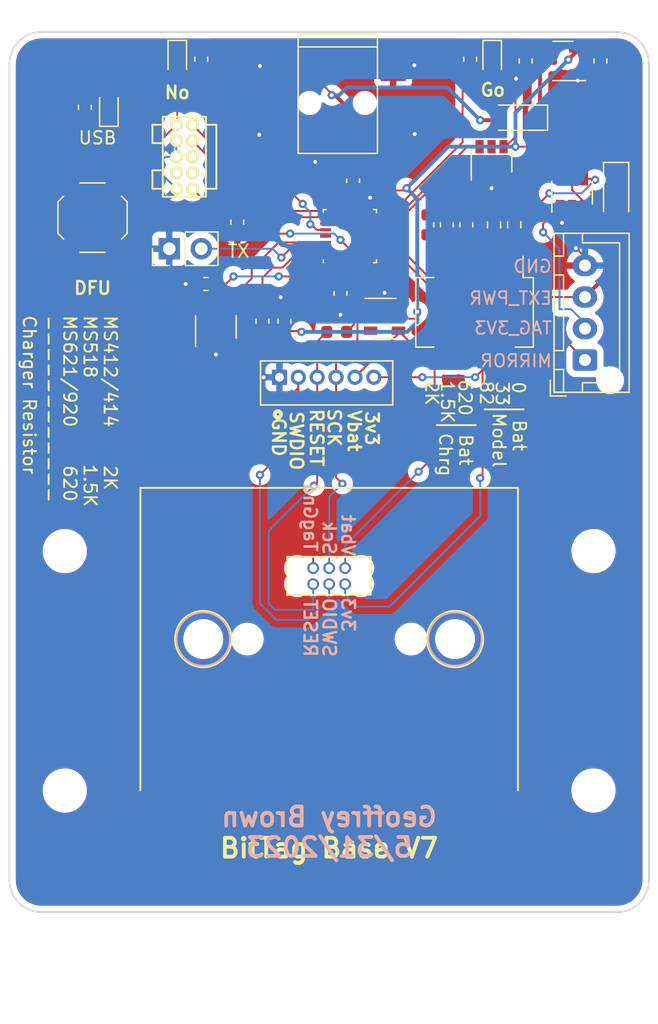
<source format=kicad_pcb>
(kicad_pcb (version 20240108) (generator "pcbnew") (generator_version "8.0")
  (title_block (date "2023-05-31"))
  (layers (0 "F.Cu" signal) (31 "B.Cu" signal) (34 "B.Paste" user) (35 "F.Paste" user) (36 "B.SilkS" user "B.Silkscreen") (37 "F.SilkS" user "F.Silkscreen") (38 "B.Mask" user) (39 "F.Mask" user) (44 "Edge.Cuts" user))
  (net 0 "")
  (net 1 "+3V3")
  (net 2 "GND")
  (net 3 "VBAT_ADC")
  (net 4 "TAG_VBAT")
  (net 5 "/LED_RED")
  (net 6 "/LED_GREEN")
  (net 7 "TAG_3V3")
  (net 8 "TAG_SWDIO")
  (net 9 "TAG_RESET")
  (net 10 "Net-(R106-Pad2)")
  (net 11 "Net-(R106-Pad1)")
  (net 12 "/USB_DP")
  (net 13 "/USB_DM")
  (net 14 "Net-(R104-Pad2)")
  (net 15 "ADC_EN")
  (net 16 "Net-(D105-Pad1)")
  (net 17 "/NRST")
  (net 18 "TAG_SCK")
  (net 19 "Net-(D101-Pad1)")
  (net 20 "Net-(D102-Pad1)")
  (net 21 "/SWDIO")
  (net 22 "/SCLK")
  (net 23 "TAG_3V3_EN")
  (net 24 "EXT_PWR")
  (net 25 "Net-(R2-Pad2)")
  (net 26 "Net-(R3-Pad2)")
  (net 27 "Net-(R108-Pad2)")
  (net 29 "VUSB")
  (net 30 "/VIN")
  (net 31 "Net-(R108-Pad1)")
  (net 32 "TAG_MIRROR")
  (net 33 "/boot0")
  (net 34 "/UART_TX")
  (net 45 "Net-(R5-Pad1)")
  (net 46 "Net-(R5-Pad2)")
  (net 47 "Net-(R6-Pad1)")
  (net 48 "/TAG_SWDIO_EN")
  (net 49 "~{TAG_VBAT_EN}")
  (net 50 "TAG_3V3_IN")
  (footprint "LED_SMD:LED_0603_1608Metric" (layer "F.Cu") (at 114.935 52.959 -90)
    (property "Reference" "D101" (hide yes))
    (property "Value" "LED-RED" (hide yes))
  )
  (footprint "LED_SMD:LED_0603_1608Metric" (layer "F.Cu") (at 139.954 52.959 -90)
    (property "Reference" "D102" (hide yes))
    (property "Value" "LED-GREEN" (hide yes))
  )
  (footprint "LED_SMD:LED_0603_1608Metric" (layer "F.Cu") (at 109.5 56.8 90)
    (property "Reference" "D105" (hide yes))
    (property "Value" "LED-GREEN" (hide yes))
  )
  (footprint "tagbase:FTSH-105-01-F-D-K" (layer "F.Cu") (at 115.5 60.7 -90)
    (property "Reference" "J102" (hide yes))
    (property "Value" "Conn_02x05_Odd_Even" (hide yes))
  )
  (footprint "tagbase:6pin_tagpoints_new_offset" (layer "F.Cu") (at 127 93.98)
    (property "Reference" "J101" (hide yes))
    (property "Value" "Conn_02x03_Odd_Even" (hide yes))
  )
  (footprint "Package_TO_SOT_SMD:SOT-23-6" (layer "F.Cu") (at 118 74.2 90)
    (property "Reference" "U2" (hide yes))
    (property "Value" "TS5A3159ADBVR" (hide yes))
  )
  (footprint "tagbase:SW_SPST_TS_1187" (layer "F.Cu") (at 108.204 65.532 -90)
    (property "Reference" "U105" (hide yes))
    (property "Value" "Tactile Switch" (hide yes))
  )
  (footprint "Package_TO_SOT_SMD:SOT-23-3" (layer "F.Cu") (at 145.572 53.1 180)
    (property "Reference" "U1" (hide yes))
    (property "Value" "XC6206")
  )
  (footprint "tagbase:USB_Mini-B" (layer "F.Cu") (at 127.635 56.2356 -90)
    (property "Reference" "J104" (hide yes))
    (property "Value" "USB_B_Mini" (hide yes))
  )
  (footprint "Capacitor_SMD:C_0603_1608Metric" (layer "F.Cu") (at 142.61 53.1 -90)
    (property "Reference" "C1" (hide yes))
    (property "Value" "1uF" (hide yes))
  )
  (footprint "Capacitor_SMD:C_0603_1608Metric" (layer "F.Cu") (at 119.7 65.8875 -90)
    (property "Reference" "C101" (hide yes))
    (property "Value" "0.1uF" (hide yes))
  )
  (footprint "Capacitor_SMD:C_0603_1608Metric" (layer "F.Cu") (at 148.55 53.1 -90)
    (property "Reference" "C104" (hide yes))
    (property "Value" "1uF" (hide yes))
  )
  (footprint "Capacitor_SMD:C_0603_1608Metric" (layer "F.Cu") (at 123.45 73.75 90)
    (property "Reference" "C107" (hide yes))
    (property "Value" "0.1uF")
  )
  (footprint "Resistor_SMD:R_0603_1608Metric" (layer "F.Cu") (at 134.8 66.1 -90)
    (property "Reference" "R3" (hide yes))
    (property "Value" "2K" (hide yes))
  )
  (footprint "Resistor_SMD:R_0603_1608Metric" (layer "F.Cu") (at 116.84 52.96 -90)
    (property "Reference" "R101" (hide yes))
    (property "Value" "620" (hide yes))
  )
  (footprint "Resistor_SMD:R_0603_1608Metric" (layer "F.Cu") (at 138.2 52.96 -90)
    (property "Reference" "R102" (hide yes))
    (property "Value" "620")
  )
  (footprint "Resistor_SMD:R_0603_1608Metric" (layer "F.Cu") (at 127.6 74.6)
    (property "Reference" "R104" (hide yes))
    (property "Value" "2.2K")
  )
  (footprint "Resistor_SMD:R_0603_1608Metric" (layer "F.Cu") (at 117.2 70.8)
    (property "Reference" "R105" (hide yes))
    (property "Value" "10K")
  )
  (footprint "Resistor_SMD:R_0603_1608Metric" (layer "F.Cu") (at 121.7 73.75 -90)
    (property "Reference" "R106" (hide yes))
    (property "Value" "100")
  )
  (footprint "Resistor_SMD:R_0603_1608Metric" (layer "F.Cu") (at 107.595 56.774 90)
    (property "Reference" "R107" (hide yes))
    (property "Value" "620" (hide yes))
  )
  (footprint "Resistor_SMD:R_0603_1608Metric" (layer "F.Cu") (at 137.9 66.1 -90)
    (property "Reference" "R108" (hide yes))
    (property "Value" "620")
  )
  (footprint "Package_TO_SOT_SMD:SOT-23-6" (layer "F.Cu") (at 131.4 73.55)
    (property "Reference" "U3" (hide yes))
    (property "Value" "TS5A3159ADBVR" (hide yes))
  )
  (footprint "Resistor_SMD:R_0603_1608Metric" (layer "F.Cu") (at 136.35 66.1 -90)
    (property "Reference" "R2" (hide yes))
    (property "Value" "1.5K" (hide yes))
  )
  (footprint "Diode_SMD:D_SOD-123" (layer "F.Cu") (at 142.1 57.6 180)
    (property "Reference" "D1" (hide yes))
    (property "Value" "DIODE")
  )
  (footprint "Connector_JST:JST_XH_B04B-XH-AM_1x04_P2.50mm_Vertical" (layer "F.Cu") (at 147.32 76.835 90)
    (property "Reference" "J1" (hide yes))
    (property "Value" "Conn_01x04_Female" (hide yes))
  )
  (footprint "Button_Switch_SMD:SW_DIP_SPSTx06_Slide_KingTek_DSHP06TS_W7.62mm_P1.27mm" (layer "F.Cu") (at 138.55 73.05 -90)
    (property "Reference" "SW1" (hide yes))
    (property "Value" "SW_DIP_x04")
  )
  (footprint "Package_TO_SOT_SMD:SOT-23-6" (layer "F.Cu") (at 146.3 63.55 90)
    (property "Reference" "U4" (hide yes))
    (property "Value" "TS5A3159ADBVR")
  )
  (footprint "Package_TO_SOT_SMD:SOT-23-6" (layer "F.Cu") (at 139.9 61 90)
    (property "Reference" "U5" (hide yes))
    (property "Value" "TS5A3159ADBVR")
  )
  (footprint "Connector_PinHeader_2.54mm:PinHeader_1x02_P2.54mm_Vertical" (layer "F.Cu") (at 114.3 68 90)
    (property "Reference" "J5" (hide yes))
    (property "Value" "Conn_01x02")
  )
  (footprint "Capacitor_SMD:C_0603_1608Metric" (layer "F.Cu") (at 127.9 71.55 -90)
    (property "Reference" "C2" (hide yes))
    (property "Value" "0.1uF")
  )
  (footprint "Capacitor_SMD:C_0603_1608Metric" (layer "F.Cu") (at 128.9 62.6 90)
    (property "Reference" "C3" (hide yes))
    (property "Value" "0.1uF")
  )
  (footprint "Diode_SMD:D_SOD-123" (layer "F.Cu") (at 149.8 63.4 -90)
    (property "Reference" "D3" (hide yes))
    (property "Value" "DIODE")
  )
  (footprint "MountingHole:MountingHole_2.5mm" (layer "F.Cu") (at 106 111)
    (property "Reference" "H2" (hide yes))
    (property "Value" "MountingHole")
  )
  (footprint "MountingHole:MountingHole_2.5mm" (layer "F.Cu") (at 106 92)
    (property "Reference" "H1" (hide yes))
    (property "Value" "MountingHole")
  )
  (footprint "Resistor_SMD:R_0603_1608Metric" (layer "F.Cu") (at 141.7 66.1 -90)
    (property "Reference" "R5" (hide yes))
    (property "Value" "33")
  )
  (footprint "tagbase:JST_B6B-ZR(LF)(SN)" (layer "F.Cu") (at 126.8 78.2 180)
    (property "Reference" "J2" (hide yes))
    (property "Value" "Conn_01x06")
  )
  (footprint "MountingHole:MountingHole_2.5mm" (layer "F.Cu") (at 148 111)
    (property "Reference" "H4" (hide yes))
    (property "Value" "MountingHole")
  )
  (footprint "Resistor_SMD:R_0603_1608Metric" (layer "F.Cu") (at 140.1 66.1 90)
    (property "Reference" "R6" (hide yes))
    (property "Value" "82")
  )
  (footprint "MountingHole:MountingHole_2.5mm" (layer "F.Cu") (at 148 92)
    (property "Reference" "H3" (hide yes))
    (property "Value" "MountingHole")
  )
  (footprint "Package_DFN_QFN:QFN-28_4x4mm_P0.5mm" (layer "F.Cu") (at 128.65 67 90)
    (property "Reference" "U6" (hide yes))
    (property "Value" "STM32F042G6Ux")
  )
  (gr_line (start 139.35 80.75) (end 142.45 80.75) (stroke (width 0.15)) (layer "F.SilkS"))
  (gr_line (start 135.55 82) (end 138.65 82) (stroke (width 0.15)) (layer "F.SilkS"))
  (gr_arc (start 149.86 50.8) (mid 151.656051 51.543949) (end 152.4 53.34) (stroke (width 0.15)) (layer "Edge.Cuts"))
  (gr_arc (start 104.14 120.65) (mid 102.343949 119.906051) (end 101.6 118.11) (stroke (width 0.15)) (layer "Edge.Cuts"))
  (gr_line (start 149.86 50.8) (end 104.14 50.8) (stroke (width 0.15)) (layer "Edge.Cuts"))
  (gr_arc (start 101.6 53.34) (mid 102.343949 51.543949) (end 104.14 50.8) (stroke (width 0.15)) (layer "Edge.Cuts"))
  (gr_line (start 149.86 120.65) (end 104.14 120.65) (stroke (width 0.15)) (layer "Edge.Cuts"))
  (gr_line (start 152.4 53.34) (end 152.4 118.11) (stroke (width 0.15)) (layer "Edge.Cuts"))
  (gr_arc (start 152.4 118.11) (mid 151.656051 119.906051) (end 149.86 120.65) (stroke (width 0.15)) (layer "Edge.Cuts"))
  (gr_line (start 101.6 53.34) (end 101.6 118.11) (stroke (width 0.15)) (layer "Edge.Cuts"))
  (gr_text "Vbat" (at 128.5 89 -90) (layer "B.SilkS") (effects (font (size 1 1) (thickness 0.2)) (justify right mirror)))
  (gr_text "Sck" (at 127 89.5 -90) (layer "B.SilkS") (effects (font (size 1 1) (thickness 0.2)) (justify right mirror)))
  (gr_text "TagGnd" (at 125.5 86.5 -90) (layer "B.SilkS") (effects (font (size 1 1) (thickness 0.2)) (justify right mirror)))
  (gr_text "3v3" (at 128.5 98.5 -90) (layer "B.SilkS") (effects (font (size 1 1) (thickness 0.2)) (justify left mirror)))
  (gr_text "SWDIO" (at 127 100.5 -90) (layer "B.SilkS") (effects (font (size 1 1) (thickness 0.2)) (justify left mirror)))
  (gr_text "RESET" (at 125.5 100.5 -90) (layer "B.SilkS") (effects (font (size 1 1) (thickness 0.2)) (justify left mirror)))
  (gr_text "Geoffrey Brown\n5/31/2023" (at 127 114.3 0) (layer "B.SilkS") (effects (font (size 1.5 1.5) (thickness 0.3)) (justify mirror)))
  (gr_text "EXT_PWR" (at 144.78 71.92 0) (layer "B.SilkS") (effects (font (size 1 1)) (justify left mirror)))
  (gr_text "MIRROR" (at 144.78 76.9 0) (layer "B.SilkS") (effects (font (size 1 1)) (justify left mirror)))
  (gr_text "GND" (at 144.78 69.4 0) (layer "B.SilkS") (effects (font (size 1 1)) (justify left mirror)))
  (gr_text "TAG_3V3" (at 144.78 74.295 0) (layer "B.SilkS") (effects (font (size 1 1)) (justify left mirror)))
  (gr_text "DFU" (at 108.204 71.12 0) (layer "F.SilkS") (effects (font (size 1 1) (thickness 0.2))))
  (gr_text "Go" (at 140 55.4 0) (layer "F.SilkS") (effects (font (size 1 1) (thickness 0.2))))
  (gr_text "3v3" (at 130.4 80.8 270) (layer "F.SilkS") (effects (font (size 1 1) (thickness 0.2)) (justify left)))
  (gr_text "TX" (at 119.8 68.2 0) (layer "F.SilkS") (effects (font (size 1 1))))
  (gr_text "SWDIO" (at 124.4 80.8 270) (layer "F.SilkS") (effects (font (size 1 1) (thickness 0.2)) (justify left)))
  (gr_text "BitTag Base V7" (at 127 115.57 0) (layer "F.SilkS") (effects (font (size 1.5 1.5) (thickness 0.3))))
  (gr_text "Bat \nModel" (at 141.3 83.2 270) (layer "F.SilkS") (effects (font (size 1 1))))
  (gr_text "GND" (at 123 84.6 270) (layer "F.SilkS") (effects (font (size 1 1) (thickness 0.2)) (justify right)))
  (gr_text "82" (at 139.5 78.4 270) (layer "F.SilkS") (effects (font (size 1 1)) (justify left)))
  (gr_text "No" (at 114.935 55.6 0) (layer "F.SilkS") (effects (font (size 1 1) (thickness 0.2))))
  (gr_text "USB" (at 108.6 59.2 0) (layer "F.SilkS") (effects (font (size 1 1))))
  (gr_text "SCK" (at 127.4 83.8 270) (layer "F.SilkS") (effects (font (size 1 1) (thickness 0.2)) (justify right)))
  (gr_text "2K" (at 135.15 79.45 270) (layer "F.SilkS") (effects (font (size 1 1))))
  (gr_text "Vbat" (at 129 84.2 270) (layer "F.SilkS") (effects (font (size 1 1) (thickness 0.2)) (justify right)))
  (gr_text "0" (at 142.05 78.45 270) (layer "F.SilkS") (effects (font (size 1 1)) (justify left)))
  (gr_text "1.5K" (at 136.4 78.35 270) (layer "F.SilkS") (effects (font (size 1 1)) (justify left)))
  (gr_text "Bat \nChrg" (at 137.05 84.35 270) (layer "F.SilkS") (effects (font (size 1 1))))
  (gr_text "33" (at 140.75 78.45 270) (layer "F.SilkS") (effects (font (size 1 1)) (justify left)))
  (gr_text "MS412/414    2K\nMS518         1.5K\nMS621/920    620\n------------\nCharger Resistor" (at 106.4 73.2 270) (layer "F.SilkS") (effects (font (size 1 1)) (justify left)))
  (gr_text "620" (at 137.8 78.3 270) (layer "F.SilkS") (effects (font (size 1 1)) (justify left)))
  (gr_text "RESET" (at 126 80.6 270) (layer "F.SilkS") (effects (font (size 1 1) (thickness 0.2)) (justify left)))
  (segment (start 112.4 70.6) (end 115.8 74) (width 0.1524) (layer "F.Cu") (net 1))
  (segment (start 112.225 60.8) (end 107.1 60.8) (width 0.1524) (layer "F.Cu") (net 1))
  (segment (start 120.8 75.2) (end 120.8 75.4) (width 0.1524) (layer "F.Cu") (net 1))
  (segment (start 121.2 75.8) (end 122.1875 75.8) (width 0.1524) (layer "F.Cu") (net 1))
  (segment (start 146.7095 52.15) (end 148.3875 52.15) (width 0.3048) (layer "F.Cu") (net 1))
  (segment (start 146.7095 52.15) (end 146.7095 52.2905) (width 0.3048) (layer "F.Cu") (net 1))
  (segment (start 106.329 68.532) (end 108.397 70.6) (width 0.1524) (layer "F.Cu") (net 1))
  (segment (start 122.1875 75.8) (end 123.45 74.5375) (width 0.1524) (layer "F.Cu") (net 1))
  (segment (start 141.8 59.9) (end 144.9 59.9) (width 0.1524) (layer "F.Cu") (net 1))
  (segment (start 140.85 59.9) (end 141.8 59.9) (width 0.1524) (layer "F.Cu") (net 1))
  (segment (start 118 73.7824) (end 118.2088 73.9912) (width 0.1524) (layer "F.Cu") (net 1))
  (segment (start 132.5 73.55) (end 133.85 73.55) (width 0.1524) (layer "F.Cu") (net 1))
  (segment (start 148.3875 52.15) (end 148.55 52.3125) (width 0.3048) (layer "F.Cu") (net 1))
  (segment (start 129.15 69.525) (end 127.9 70.775) (width 0.1524) (layer "F.Cu") (net 1))
  (segment (start 108.397 70.6) (end 112.4 70.6) (width 0.1524) (layer "F.Cu") (net 1))
  (segment (start 141.8 59.109737) (end 141.8 55.5925) (width 0.1524) (layer "F.Cu") (net 1))
  (segment (start 114.865 58.16) (end 112.225 60.8) (width 0.1524) (layer "F.Cu") (net 1))
  (segment (start 114.935 53.7465) (end 114.935 58.09) (width 0.1524) (layer "F.Cu") (net 1))
  (segment (start 129.15 68.9375) (end 129.15 69.525) (width 0.1524) (layer "F.Cu") (net 1))
  (segment (start 126.4 70.95) (end 126.575 70.775) (width 0.1524) (layer "F.Cu") (net 1))
  (segment (start 117.6 74) (end 118 73.6) (width 0.1524) (layer "F.Cu") (net 1))
  (segment (start 141.8 55.5925) (end 139.954 53.7465) (width 0.1524) (layer "F.Cu") (net 1))
  (segment (start 128.9 64.8125) (end 129.15 65.0625) (width 0.1524) (layer "F.Cu") (net 1))
  (segment (start 146.7095 52.2905) (end 146 53) (width 0.3048) (layer "F.Cu") (net 1))
  (segment (start 126.4 71.5875) (end 126.4 70.95) (width 0.1524) (layer "F.Cu") (net 1))
  (segment (start 134.2 73.2) (end 134 73) (width 0.1524) (layer "F.Cu") (net 1))
  (segment (start 119.5912 73.9912) (end 120.8 75.2) (width 0.1524) (layer "F.Cu") (net 1))
  (segment (start 144.9 59.9) (end 146.3 61.3) (width 0.1524) (layer "F.Cu") (net 1))
  (segment (start 139.9 59.9) (end 140.85 59.9) (width 0.1524) (layer "F.Cu") (net 1))
  (segment (start 107.1 60.8) (end 106.329 61.571) (width 0.1524) (layer "F.Cu") (net 1))
  (segment (start 120.8 75.4) (end 121.2 75.8) (width 0.1524) (layer "F.Cu") (net 1))
  (segment (start 147.25 64.2878) (end 147.25 64.65) (width 0.1524) (layer "F.Cu") (net 1))
  (segment (start 129.15 65.0625) (end 129.15 68.9375) (width 0.1524) (layer "F.Cu") (net 1))
  (segment (start 146.3 62.45) (end 146.3 63.3378) (width 0.1524) (layer "F.Cu") (net 1))
  (segment (start 126.575 70.775) (end 127.9 70.775) (width 0.1524) (layer "F.Cu") (net 1))
  (segment (start 123.45 74.5375) (end 126.4 71.5875) (width 0.1524) (layer "F.Cu") (net 1))
  (segment (start 146.3 61.3) (end 146.3 62.45) (width 0.1524) (layer "F.Cu") (net 1))
  (segment (start 128.9 63.375) (end 132.975 63.375) (width 0.1524) (layer "F.Cu") (net 1))
  (segment (start 118.2088 73.9912) (end 119.5912 73.9912) (width 0.1524) (layer "F.Cu") (net 1))
  (segment (start 146.3 63.3378) (end 147.25 64.2878) (width 0.1524) (layer "F.Cu") (net 1))
  (segment (start 128.9 63.375) (end 128.9 64.8125) (width 0.1524) (layer "F.Cu") (net 1))
  (segment (start 115.8 74) (end 117.6 74) (width 0.1524) (layer "F.Cu") (net 1))
  (segment (start 114.935 58.09) (end 114.865 58.16) (width 0.1524) (layer "F.Cu") (net 1))
  (segment (start 118 73.1) (end 118 73.7824) (width 0.1524) (layer "F.Cu") (net 1))
  (segment (start 124.7375 74.5375) (end 124.8 74.6) (width 0.1524) (layer "F.Cu") (net 1))
  (segment (start 132.975 63.375) (end 133.15 63.2) (width 0.1524) (layer "F.Cu") (net 1))
  (segment (start 106.329 62.532) (end 106.329 68.532) (width 0.1524) (layer "F.Cu") (net 1))
  (segment (start 128.65 65.0625) (end 128.9 64.8125) (width 0.1524) (layer "F.Cu") (net 1))
  (segment (start 141.009737 59.9) (end 141.8 59.109737) (width 0.1524) (layer "F.Cu") (net 1))
  (segment (start 123.45 74.5375) (end 124.7375 74.5375) (width 0.1524) (layer "F.Cu") (net 1))
  (segment (start 140.85 59.9) (end 141.009737 59.9) (width 0.1524) (layer "F.Cu") (net 1))
  (segment (start 133.85 73.55) (end 134.2 73.2) (width 0.1524) (layer "F.Cu") (net 1))
  (segment (start 106.329 61.571) (end 106.329 62.532) (width 0.1524) (layer "F.Cu") (net 1))
  (via (at 146 53) (size 0.6604) (drill 0.3048) (layers "F.Cu" "B.Cu") (net 1))
  (via (at 133.15 63.2) (size 0.6604) (drill 0.3048) (layers "F.Cu" "B.Cu") (net 1))
  (via (at 124.8 74.6) (size 0.6604) (drill 0.3048) (layers "F.Cu" "B.Cu") (net 1))
  (via (at 134 73) (size 0.6604) (drill 0.3048) (layers "F.Cu" "B.Cu") (net 1))
  (via (at 141.8 59.9) (size 0.6604) (drill 0.3048) (layers "F.Cu" "B.Cu") (net 1))
  (segment (start 134 73) (end 134 73.8) (width 0.3048) (layer "B.Cu") (net 1))
  (segment (start 143.05 55.95) (end 141.8 57.2) (width 0.3048) (layer "B.Cu") (net 1))
  (segment (start 146 53) (end 143.05 55.95) (width 0.3048) (layer "B.Cu") (net 1))
  (segment (start 136.45 59.9) (end 141.8 59.9) (width 0.3048) (layer "B.Cu") (net 1))
  (segment (start 134 73.8) (end 133.2 74.6) (width 0.3048) (layer "B.Cu") (net 1))
  (segment (start 133.2 74.6) (end 124.8 74.6) (width 0.3048) (layer "B.Cu") (net 1))
  (segment (start 134 64.05) (end 134 73) (width 0.3048) (layer "B.Cu") (net 1))
  (segment (start 133.15 63.2) (end 134 64.05) (width 0.3048) (layer "B.Cu") (net 1))
  (segment (start 141.8 57.2) (end 141.8 59.9) (width 0.3048) (layer "B.Cu") (net 1))
  (segment (start 133.15 63.2) (end 136.45 59.9) (width 0.3048) (layer "B.Cu") (net 1))
  (segment (start 116.4125 70.8) (end 115.6 70.8) (width 0.1524) (layer "F.Cu") (net 2))
  (segment (start 123.285 59.0356) (end 123.185 58.9356) (width 0.1524) (layer "F.Cu") (net 2))
  (segment (start 121.5644 53.4356) (end 121.5 53.5) (width 0.1524) (layer "F.Cu") (net 2))
  (segment (start 123.185 58.9356) (end 121.4644 58.9356) (width 0.1524) (layer "F.Cu") (net 2))
  (segment (start 142.4625 53.8875) (end 141.85 54.5) (width 0.3048) (layer "F.Cu") (net 2))
  (segment (start 139.9 62.1) (end 139.9 63.2) (width 0.1524) (layer "F.Cu") (net 2))
  (segment (start 130.3 73.55) (end 130.9824 73.55) (width 0.1524) (layer "F.Cu") (net 2))
  (segment (start 146.3 65.15) (end 145.5 65.95) (width 0.1524) (layer "F.Cu") (net 2))
  (segment (start 123.05 78.2) (end 121.8 78.2) (width 0.1524) (layer "F.Cu") (net 2))
  (segment (start 146.7095 54.05) (end 146.7095 54.6095) (width 0.3048) (layer "F.Cu") (net 2))
  (segment (start 147.32 69.335) (end 147.32 68.67) (width 0.1524) (layer "F.Cu") (net 2))
  (segment (start 129.65 64.55) (end 130.25 63.95) (width 0.1524) (layer "F.Cu") (net 2))
  (segment (start 123.15 72.6625) (end 123.45 72.9625) (width 0.1524) (layer "F.Cu") (net 2))
  (segment (start 126.835 59.0356) (end 126.035 59.0356) (width 0.1524) (layer "F.Cu") (net 2))
  (segment (start 146.3 64.65) (end 146.3 65.15) (width 0.1524) (layer "F.Cu") (net 2))
  (segment (start 128.9 61.825) (end 129.1956 61.825) (width 0.1524) (layer "F.Cu") (net 2))
  (segment (start 118 75.3) (end 118 76.4) (width 0.1524) (layer "F.Cu") (net 2))
  (segment (start 123.185 53.4356) (end 121.5644 53.4356) (width 0.1524) (layer "F.Cu") (net 2))
  (segment (start 133.7644 58.9356) (end 133.8 58.9) (width 0.1524) (layer "F.Cu") (net 2))
  (segment (start 132.085 54.838) (end 132.085 58.9356) (width 0.1524) (layer "F.Cu") (net 2))
  (segment (start 132.085 53.4356) (end 133.7644 53.4356) (width 0.1524) (layer "F.Cu") (net 2))
  (segment (start 127.9 72.325) (end 127.9 73.25) (width 0.1524) (layer "F.Cu") (net 2))
  (segment (start 129.65 65.0625) (end 129.65 64.55) (width 0.1524) (layer "F.Cu") (net 2))
  (segment (start 126.035 59.0356) (end 126.035 60.965) (width 0.1524) (layer "F.Cu") (net 2))
  (segment (start 148.3875 54.05) (end 148.55 53.8875) (width 0.3048) (layer "F.Cu") (net 2))
  (segment (start 125.73 93.345) (end 125.73 92.13) (width 0.1524) (layer "F.Cu") (net 2))
  (segment (start 126.035 59.0356) (end 123.285 59.0356) (width 0.1524) (layer "F.Cu") (net 2))
  (segment (start 142.61 53.8875) (end 142.4625 53.8875) (width 0.3048) (layer "F.Cu") (net 2))
  (segment (start 132.085 53.4356) (end 132.085 54.838) (width 0.1524) (layer "F.Cu") (net 2))
  (segment (start 130.9824 73.55) (end 131.4 73.1324) (width 0.1524) (layer "F.Cu") (net 2))
  (segment (start 146.7095 54.6095) (end 146.75 54.65) (width 0.3048) (layer "F.Cu") (net 2))
  (segment (start 132.085 58.9356) (end 133.7644 58.9356) (width 0.1524) (layer "F.Cu") (net 2))
  (segment (start 121.4644 58.9356) (end 121.45 58.95) (width 0.1524) (layer "F.Cu") (net 2))
  (segment (start 123.15 71.85) (end 123.15 72.6625) (width 0.1524) (layer "F.Cu") (net 2))
  (segment (start 126.035 60.965) (end 125.9 61.1) (width 0.1524) (layer "F.Cu") (net 2))
  (segment (start 129.1956 61.825) (end 132.085 58.9356) (width 0.1524) (layer "F.Cu") (net 2))
  (segment (start 146.7095 54.05) (end 148.3875 54.05) (width 0.3048) (layer "F.Cu") (net 2))
  (segment (start 147.32 68.67) (end 146.6 67.95) (width 0.1524) (layer "F.Cu") (net 2))
  (segment (start 131.4 73.1324) (end 131.4 71.5) (width 0.1524) (layer "F.Cu") (net 2))
  (via (at 118 76.4) (size 0.6604) (drill 0.3048) (layers "F.Cu" "B.Cu") (net 2))
  (via (at 127.9 73.25) (size 0.6604) (drill 0.3048) (layers "F.Cu" "B.Cu") (net 2))
  (via (at 123.15 71.85) (size 0.6604) (drill 0.3048) (layers "F.Cu" "B.Cu") (net 2))
  (via (at 130.25 63.95) (size 0.6604) (drill 0.3048) (layers "F.Cu" "B.Cu") (net 2))
  (via (at 121.45 58.95) (size 0.6604) (drill 0.3048) (layers "F.Cu" "B.Cu") (net 2))
  (via (at 146.6 67.95) (size 0.6604) (drill 0.3048) (layers "F.Cu" "B.Cu") (net 2))
  (via (at 146.75 54.65) (size 0.6604) (drill 0.3048) (layers "F.Cu" "B.Cu") (net 2))
  (via (at 141.85 54.5) (size 0.6604) (drill 0.3048) (layers "F.Cu" "B.Cu") (net 2))
  (via (at 131.4 71.5) (size 0.6604) (drill 0.3048) (layers "F.Cu" "B.Cu") (net 2))
  (via (at 121.8 78.2) (size 0.6604) (drill 0.3048) (layers "F.Cu" "B.Cu") (net 2))
  (via (at 133.7644 53.4356) (size 0.6604) (drill 0.3048) (layers "F.Cu" "B.Cu") (net 2))
  (via (at 139.9 63.2) (size 0.6604) (drill 0.3048) (layers "F.Cu" "B.Cu") (net 2))
  (via (at 145.5 65.95) (size 0.6604) (drill 0.3048) (layers "F.Cu" "B.Cu") (net 2))
  (via (at 115.6 70.8) (size 0.6604) (drill 0.3048) (layers "F.Cu" "B.Cu") (net 2))
  (via (at 133.8 58.9) (size 0.6604) (drill 0.3048) (layers "F.Cu" "B.Cu") (net 2))
  (via (at 125.9 61.1) (size 0.6604) (drill 0.3048) (layers "F.Cu" "B.Cu") (net 2))
  (via (at 121.5 53.5) (size 0.6604) (drill 0.3048) (layers "F.Cu" "B.Cu") (net 2))
  (segment (start 114.865 60.7) (end 114 60.7) (width 0.1524) (layer "B.Cu") (net 2))
  (segment (start 113.6 61.975) (end 114.865 63.24) (width 0.1524) (layer "B.Cu") (net 2))
  (segment (start 114 60.7) (end 113.6 61.1) (width 0.1524) (layer "B.Cu") (net 2))
  (segment (start 113.6 61.1) (end 113.6 61.975) (width 0.1524) (layer "B.Cu") (net 2))
  (segment (start 114.865 59.43) (end 114.865 60.7) (width 0.1524) (layer "B.Cu") (net 2))
  (segment (start 130.6475 72.2525) (end 130.6475 68.5) (width 0.1524) (layer "F.Cu") (net 3))
  (segment (start 130.3 72.6) (end 130.6475 72.2525) (width 0.1524) (layer "F.Cu") (net 3))
  (segment (start 136.645 76.86) (end 137.915 76.86) (width 0.1524) (layer "F.Cu") (net 4))
  (segment (start 134.86 76.86) (end 135.375 76.86) (width 0.1524) (layer "F.Cu") (net 4))
  (segment (start 132.5 74.75) (end 132.5 74.5) (width 0.1524) (layer "F.Cu") (net 4))
  (segment (start 135.375 84.275) (end 135.375 76.86) (width 0.1524) (layer "F.Cu") (net 4))
  (segment (start 134.1 85.7) (end 135.375 84.425) (width 0.1524) (layer "F.Cu") (net 4))
  (segment (start 135.375 84.425) (end 135.375 84.275) (width 0.1524) (layer "F.Cu") (net 4))
  (segment (start 135.375 76.86) (end 136.645 76.86) (width 0.1524) (layer "F.Cu") (net 4))
  (segment (start 132.5 74.5) (end 134.86 76.86) (width 0.1524) (layer "F.Cu") (net 4))
  (segment (start 129.05 78.2) (end 132.5 74.75) (width 0.1524) (layer "F.Cu") (net 4))
  (via (at 134.1 85.7) (size 0.6604) (drill 0.3048) (layers "F.Cu" "B.Cu") (net 4))
  (segment (start 128.27 91.53) (end 134.1 85.7) (width 0.1524) (layer "B.Cu") (net 4))
  (segment (start 128.27 93.345) (end 128.27 91.53) (width 0.1524) (layer "B.Cu") (net 4))
  (segment (start 124.9 64.4442) (end 116.84 56.3842) (width 0.1524) (layer "F.Cu") (net 5))
  (segment (start 125.5 66) (end 125.5 66.0583) (width 0.1524) (layer "F.Cu") (net 5))
  (segment (start 116.84 53.7475) (end 116.84 56.3842) (width 0.1524) (layer "F.Cu") (net 5))
  (segment (start 126 66.5) (end 125.5 66) (width 0.1524) (layer "F.Cu") (net 5))
  (segment (start 126.7125 66.5) (end 126 66.5) (width 0.1524) (layer "F.Cu") (net 5))
  (via (at 125.5 66.0583) (size 0.6604) (drill 0.3048) (layers "F.Cu" "B.Cu") (net 5))
  (via (at 124.9 64.4442) (size 0.6604) (drill 0.3048) (layers "F.Cu" "B.Cu") (net 5))
  (segment (start 125.5 65.1) (end 124.9 64.5) (width 0.1524) (layer "B.Cu") (net 5))
  (segment (start 125.5 66.0583) (end 125.5 65.1) (width 0.1524) (layer "B.Cu") (net 5))
  (segment (start 124.9 64.5) (end 124.9 64.4442) (width 0.1524) (layer "B.Cu") (net 5))
  (segment (start 137.6 59.540263) (end 132.137763 65.0025) (width 0.1524) (layer "F.Cu") (net 6))
  (segment (start 137.6 54.3475) (end 137.6 55) (width 0.1524) (layer "F.Cu") (net 6))
  (segment (start 138.2 53.7475) (end 137.6 54.3475) (width 0.1524) (layer "F.Cu") (net 6))
  (segment (start 137.6 55) (end 137.6 59.540263) (width 0.1524) (layer "F.Cu") (net 6))
  (segment (start 132.137763 65.0025) (end 130.15 65.0025) (width 0.1524) (layer "F.Cu") (net 6))
  (segment (start 140.455 76.86) (end 141.725 76.86) (width 0.1524) (layer "F.Cu") (net 7))
  (segment (start 139.185 77.615) (end 138.6 78.2) (width 0.1524) (layer "F.Cu") (net 7))
  (segment (start 139.185 86.015) (end 139 86.2) (width 0.1524) (layer "F.Cu") (net 7))
  (segment (start 139.185 76.86) (end 140.455 76.86) (width 0.1524) (layer "F.Cu") (net 7))
  (segment (start 139.185 76.86) (end 139.185 86.015) (width 0.1524) (layer "F.Cu") (net 7))
  (segment (start 130.55 78.2) (end 134.4 78.2) (width 0.1524) (layer "F.Cu") (net 7))
  (segment (start 139.185 76.86) (end 139.185 77.615) (width 0.1524) (layer "F.Cu") (net 7))
  (via (at 134.4 78.2) (size 0.6604) (drill 0.3048) (layers "F.Cu" "B.Cu") (net 7))
  (via (at 139 86.2) (size 0.6604) (drill 0.3048) (layers "F.Cu" "B.Cu") (net 7))
  (via (at 138.6 78.2) (size 0.6604) (drill 0.3048) (layers "F.Cu" "B.Cu") (net 7))
  (segment (start 128.27 95.47) (end 128.27 94.615) (width 0.1524) (layer "B.Cu") (net 7))
  (segment (start 139 86.2) (end 139 89.2) (width 0.1524) (layer "B.Cu") (net 7))
  (segment (start 139 89.2) (end 131.8 96.4) (width 0.1524) (layer "B.Cu") (net 7))
  (segment (start 129.2 96.4) (end 128.27 95.47) (width 0.1524) (layer "B.Cu") (net 7))
  (segment (start 134.4 78.2) (end 138.6 78.2) (width 0.1524) (layer "B.Cu") (net 7))
  (segment (start 131.8 96.4) (end 129.2 96.4) (width 0.1524) (layer "B.Cu") (net 7))
  (segment (start 119.8 79.6) (end 124 79.6) (width 0.1524) (layer "F.Cu") (net 8))
  (segment (start 124.55 82.9) (end 124.55 78.2) (width 0.1524) (layer "F.Cu") (net 8))
  (segment (start 124.55 79.05) (end 124.55 78.2) (width 0.1524) (layer "F.Cu") (net 8))
  (segment (start 121.5 85.95) (end 124.55 82.9) (width 0.1524) (layer "F.Cu") (net 8))
  (segment (start 117.05 75.3) (end 117.05 76.85) (width 0.1524) (layer "F.Cu") (net 8))
  (segment (start 117.05 76.85) (end 119.8 79.6) (width 0.1524) (layer "F.Cu") (net 8))
  (segment (start 124 79.6) (end 124.55 79.05) (width 0.1524) (layer "F.Cu") (net 8))
  (via (at 121.5 85.95) (size 0.6604) (drill 0.3048) (layers "F.Cu" "B.Cu") (net 8))
  (segment (start 122.8 97.46) (end 125.312972 97.46) (width 0.1524) (layer "B.Cu") (net 8))
  (segment (start 127 95.279538) (end 127 94.615) (width 0.1524) (layer "B.Cu") (net 8))
  (segment (start 127 95.772972) (end 127 95.279538) (width 0.1524) (layer "B.Cu") (net 8))
  (segment (start 121.5 85.95) (end 121.5 96.16) (width 0.1524) (layer "B.Cu") (net 8))
  (segment (start 121.5 96.16) (end 122.8 97.46) (width 0.1524) (layer "B.Cu") (net 8))
  (segment (start 125.312972 97.46) (end 127 95.772972) (width 0.1524) (layer "B.Cu") (net 8))
  (segment (start 126.05 86.55) (end 125.8 86.8) (width 0.1524) (layer "F.Cu") (net 9))
  (segment (start 126.05 78.2) (end 126.05 75.3625) (width 0.1524) (layer "F.Cu") (net 9))
  (segment (start 126.05 78.2) (end 126.05 86.55) (width 0.1524) (layer "F.Cu") (net 9))
  (segment (start 126.05 75.3625) (end 126.8125 74.6) (width 0.1524) (layer "F.Cu") (net 9))
  (via (at 125.8 86.8) (size 0.6604) (drill 0.3048) (layers "F.Cu" "B.Cu") (net 9))
  (segment (start 122.2 96.16) (end 122.2 90.46) (width 0.1524) (layer "B.Cu") (net 9))
  (segment (start 125.66 96.66) (end 122.7 96.66) (width 0.1524) (layer "B.Cu") (net 9))
  (segment (start 122.7 96.66) (end 122.2 96.16) (width 0.1524) (layer "B.Cu") (net 9))
  (segment (start 125.8 86.8) (end 122.2 90.4) (width 0.1524) (layer "B.Cu") (net 9))
  (segment (start 125.73 94.615) (end 125.73 96.59) (width 0.1524) (layer "B.Cu") (net 9))
  (segment (start 125.73 96.59) (end 125.66 96.66) (width 0.1524) (layer "B.Cu") (net 9))
  (segment (start 118.95 73.1) (end 120.2625 73.1) (width 0.1524) (layer "F.Cu") (net 10))
  (segment (start 120.2625 73.1) (end 121.7 74.5375) (width 0.1524) (layer "F.Cu") (net 10))
  (segment (start 121.7 72.9625) (end 121.7 70.3) (width 0.1524) (layer "F.Cu") (net 11))
  (segment (start 122.5 69.5) (end 123.3 69.5) (width 0.1524) (layer "F.Cu") (net 11))
  (segment (start 126.6525 68.5) (end 124.3 68.5) (width 0.1524) (layer "F.Cu") (net 11))
  (segment (start 124.3 68.5) (end 123.3 69.5) (width 0.1524) (layer "F.Cu") (net 11))
  (segment (start 121.7 70.3) (end 122.5 69.5) (width 0.1524) (layer "F.Cu") (net 11))
  (segment (start 127.635 65.0475) (end 127.65 65.0625) (width 0.1524) (layer "F.Cu") (net 12))
  (segment (start 127.635 59.0356) (end 127.635 65.0475) (width 0.1524) (layer "F.Cu") (net 12))
  (segment (start 128.0036 64.9161) (end 128.15 65.0625) (width 0.1524) (layer "F.Cu") (net 13))
  (segment (start 128.0036 61.0464) (end 128.0036 64.9161) (width 0.1524) (layer "F.Cu") (net 13))
  (segment (start 128.435 59.0356) (end 128.435 60.615) (width 0.1524) (layer "F.Cu") (net 13))
  (segment (start 128.435 60.615) (end 128.0036 61.0464) (width 0.1524) (layer "F.Cu") (net 13))
  (segment (start 129.65 70.668948) (end 128.9452 71.373748) (width 0.1524) (layer "F.Cu") (net 14))
  (segment (start 128.9452 74.0423) (end 128.9452 71.373748) (width 0.1524) (layer "F.Cu") (net 14))
  (segment (start 129.65 68.9375) (end 129.65 70.668948) (width 0.1524) (layer "F.Cu") (net 14))
  (segment (start 128.3875 74.6) (end 128.9452 74.0423) (width 0.1524) (layer "F.Cu") (net 14))
  (segment (start 130.946929 68) (end 132.5 69.553071) (width 0.1524) (layer "F.Cu") (net 15))
  (segment (start 130.5875 68) (end 130.946929 68) (width 0.1524) (layer "F.Cu") (net 15))
  (segment (start 132.5 69.553071) (end 132.5 72.6) (width 0.1524) (layer "F.Cu") (net 15))
  (segment (start 107.595 57.5615) (end 109.474 57.5615) (width 0.1524) (layer "F.Cu") (net 16))
  (segment (start 109.474 57.5615) (end 109.5 57.5875) (width 0.1524) (layer "F.Cu") (net 16))
  (segment (start 117.995 65.1) (end 119.7 65.1) (width 0.1524) (layer "F.Cu") (net 17))
  (segment (start 121 65.1) (end 122.7 66.8) (width 0.1524) (layer "F.Cu") (net 17))
  (segment (start 128.65 68.9375) (end 128.65 68.05) (width 0.1524) (layer "F.Cu") (net 17))
  (segment (start 119.7 65.1) (end 121 65.1) (width 0.1524) (layer "F.Cu") (net 17))
  (segment (start 128.65 68.05) (end 127.9 67.3) (width 0.1524) (layer "F.Cu") (net 17))
  (segment (start 122.7 66.8) (end 123.9 66.8) (width 0.1524) (layer "F.Cu") (net 17))
  (segment (start 116.135 63.24) (end 117.995 65.1) (width 0.1524) (layer "F.Cu") (net 17))
  (via (at 127.9 67.3) (size 0.6604) (drill 0.3048) (layers "F.Cu" "B.Cu") (net 17))
  (via (at 123.9 66.8) (size 0.6604) (drill 0.3048) (layers "F.Cu" "B.Cu") (net 17))
  (segment (start 123.9 66.8) (end 127.4 66.8) (width 0.1524) (layer "B.Cu") (net 17))
  (segment (start 127.4 66.8) (end 127.9 67.3) (width 0.1524) (layer "B.Cu") (net 17))
  (segment (start 127.55 78.2) (end 127.55 77.05) (width 0.1524) (layer "F.Cu") (net 18))
  (segment (start 127.55 78.2) (end 127.55 86.15) (width 0.1524) (layer "F.Cu") (net 18))
  (segment (start 130.15 68.9975) (end 130.15 70.6) (width 0.1524) (layer "F.Cu") (net 18))
  (segment (start 129.25 71.5) (end 129.25 75.75) (width 0.1524) (layer "F.Cu") (net 18))
  (segment (start 127.55 86.15) (end 128.05 86.65) (width 0.1524) (layer "F.Cu") (net 18))
  (segment (start 130.15 70.6) (end 129.25 71.5) (width 0.1524) (layer "F.Cu") (net 18))
  (segment (start 128.85 75.75) (end 129.25 75.75) (width 0.1524) (layer "F.Cu") (net 18))
  (segment (start 127.55 77.05) (end 128.85 75.75) (width 0.1524) (layer "F.Cu") (net 18))
  (via (at 128.05 86.65) (size 0.6604) (drill 0.3048) (layers "F.Cu" "B.Cu") (net 18))
  (segment (start 127 87.7) (end 127 93.345) (width 0.1524) (layer "B.Cu") (net 18))
  (segment (start 128.05 86.65) (end 127 87.7) (width 0.1524) (layer "B.Cu") (net 18))
  (segment (start 114.936 52.1725) (end 114.935 52.1715) (width 0.1524) (layer "F.Cu") (net 19))
  (segment (start 116.84 52.1725) (end 114.936 52.1725) (width 0.1524) (layer "F.Cu") (net 19))
  (segment (start 138.2 52.1725) (end 139.953 52.1725) (width 0.1524) (layer "F.Cu") (net 20))
  (segment (start 139.953 52.1725) (end 139.954 52.1715) (width 0.1524) (layer "F.Cu") (net 20))
  (segment (start 122.9775 65.0025) (end 127.15 65.0025) (width 0.1524) (layer "F.Cu") (net 21))
  (segment (start 116.135 58.16) (end 122.9775 65.0025) (width 0.1524) (layer "F.Cu") (net 21))
  (segment (start 122.205 65.5) (end 126.6525 65.5) (width 0.1524) (layer "F.Cu") (net 22))
  (segment (start 116.135 59.43) (end 120.83 64.125) (width 0.1524) (layer "F.Cu") (net 22))
  (segment (start 120.83 64.125) (end 122.205 65.5) (width 0.1524) (layer "F.Cu") (net 22))
  (segment (start 137 61.3) (end 131.8 66.5) (width 0.1524) (layer "F.Cu") (net 23))
  (segment (start 131.8 66.5) (end 130.5875 66.5) (width 0.1524) (layer "F.Cu") (net 23))
  (segment (start 144.2 61.3) (end 137 61.3) (width 0.1524) (layer "F.Cu") (net 23))
  (segment (start 145.35 62.45) (end 144.2 61.3) (width 0.1524) (layer "F.Cu") (net 23))
  (segment (start 131.9 67) (end 130.5875 67) (width 0.1524) (layer "F.Cu") (net 24))
  (segment (start 132.4 67.5) (end 131.9 67) (width 0.1524) (layer "F.Cu") (net 24))
  (segment (start 147.32 71.835) (end 149.8 69.355) (width 0.3048) (layer "F.Cu") (net 24))
  (segment (start 149.8 69.355) (end 149.8 65.05) (width 0.3048) (layer "F.Cu") (net 24))
  (segment (start 136.4978 71.835) (end 132.4 67.7372) (width 0.1524) (layer "F.Cu") (net 24))
  (segment (start 132.4 67.7372) (end 132.4 67.5) (width 0.1524) (layer "F.Cu") (net 24))
  (segment (start 147.32 71.835) (end 136.4978 71.835) (width 0.1524) (layer "F.Cu") (net 24))
  (segment (start 136.35 66.8875) (end 136.645 67.1825) (width 0.1524) (layer "F.Cu") (net 25))
  (segment (start 136.645 67.1825) (end 136.645 69.24) (width 0.1524) (layer "F.Cu") (net 25))
  (segment (start 134.8 66.8875) (end 135.375 67.4625) (width 0.1524) (layer "F.Cu") (net 26))
  (segment (start 135.375 67.4625) (end 135.375 69.24) (width 0.1524) (layer "F.Cu") (net 26))
  (segment (start 137.915 66.9025) (end 137.915 69.24) (width 0.1524) (layer "F.Cu") (net 27))
  (segment (start 137.9 66.8875) (end 137.915 66.9025) (width 0.1524) (layer "F.Cu") (net 27))
  (segment (start 140.25 57.8) (end 140.45 57.6) (width 0.3048) (layer "F.Cu") (net 29))
  (segment (start 117.8386 52.8386) (end 121 56) (width 0.1524) (layer "F.Cu") (net 29))
  (segment (start 124.6 55.1) (end 126.6 55.1) (width 0.1524) (layer "F.Cu") (net 29))
  (segment (start 129.235 57.5808) (end 127.4707 55.8165) (width 0.3048) (layer "F.Cu") (net 29))
  (segment (start 129.235 59.0356) (end 129.235 57.5808) (width 0.3048) (layer "F.Cu") (net 29))
  (segment (start 139 57.8) (end 140.25 57.8) (width 0.3048) (layer "F.Cu") (net 29))
  (segment (start 126.6 55.1) (end 127.2032 55.7032) (width 0.1524) (layer "F.Cu") (net 29))
  (segment (start 121 56) (end 123.7 56) (width 0.1524) (layer "F.Cu") (net 29))
  (segment (start 127.2032 55.7032) (end 127.2032 55.8165) (width 0.1524) (layer "F.Cu") (net 29))
  (segment (start 112.6739 52.8386) (end 117.8386 52.8386) (width 0.1524) (layer "F.Cu") (net 29))
  (segment (start 109.5 56.0125) (end 112.6739 52.8386) (width 0.1524) (layer "F.Cu") (net 29))
  (segment (start 127.4707 55.8165) (end 127.2032 55.8165) (width 0.3048) (layer "F.Cu") (net 29))
  (segment (start 123.7 56) (end 124.6 55.1) (width 0.1524) (layer "F.Cu") (net 29))
  (via (at 139 57.8) (size 0.6604) (drill 0.3048) (layers "F.Cu" "B.Cu") (net 29))
  (via (at 127.2032 55.8165) (size 0.6604) (drill 0.3048) (layers "F.Cu" "B.Cu") (net 29))
  (segment (start 128.4 55.2) (end 136.4 55.2) (width 0.3048) (layer "B.Cu") (net 29))
  (segment (start 127.2032 55.8165) (end 127.7835 55.8165) (width 0.3048) (layer "B.Cu") (net 29))
  (segment (start 127.7835 55.8165) (end 128.4 55.2) (width 0.3048) (layer "B.Cu") (net 29))
  (segment (start 139 57.8) (end 136.4 55.2) (width 0.3048) (layer "B.Cu") (net 29))
  (segment (start 143.75 57.6) (end 143.75 53.7845) (width 0.3048) (layer "F.Cu") (net 30))
  (segment (start 143.647 52.3125) (end 144.4345 53.1) (width 0.3048) (layer "F.Cu") (net 30))
  (segment (start 145.65 57.6) (end 149.8 61.75) (width 0.3048) (layer "F.Cu") (net 30))
  (segment (start 143.75 53.7845) (end 144.4345 53.1) (width 0.3048) (layer "F.Cu") (net 30))
  (segment (start 142.61 52.3125) (end 143.647 52.3125) (width 0.3048) (layer "F.Cu") (net 30))
  (segment (start 143.75 57.6) (end 145.65 57.6) (width 0.3048) (layer "F.Cu") (net 30))
  (segment (start 140.85 62.1) (end 140.85 63.65) (width 0.1524) (layer "F.Cu") (net 31))
  (segment (start 140.85 63.65) (end 140.2 64.3) (width 0.1524) (layer "F.Cu") (net 31))
  (segment (start 140.2 64.3) (end 138.9 64.3) (width 0.1524) (layer "F.Cu") (net 31))
  (segment (start 138.9 64.3) (end 137.9 65.3) (width 0.1524) (layer "F.Cu") (net 31))
  (segment (start 136.35 65.3125) (end 137.9 65.3125) (width 0.1524) (layer "F.Cu") (net 31))
  (segment (start 134.8 65.3125) (end 136.35 65.3125) (width 0.1524) (layer "F.Cu") (net 31))
  (segment (start 137.9 65.3) (end 137.9 65.3125) (width 0.1524) (layer "F.Cu") (net 31))
  (segment (start 130.5875 67.5) (end 131.5 67.5) (width 0.1524) (layer "F.Cu") (net 32))
  (segment (start 131.5 67.5) (end 137.4 73.4) (width 0.1524) (layer "F.Cu") (net 32))
  (segment (start 143.885 73.4) (end 147.32 76.835) (width 0.1524) (layer "F.Cu") (net 32))
  (segment (start 137.4 73.4) (end 143.885 73.4) (width 0.1524) (layer "F.Cu") (net 32))
  (segment (start 117.9875 70.8) (end 118.8 70.8) (width 0.1524) (layer "F.Cu") (net 33))
  (segment (start 110.079 62.532) (end 110.079 68.532) (width 0.1524) (layer "F.Cu") (net 33))
  (segment (start 117.2 69.8) (end 117.9875 70.5875) (width 0.1524) (layer "F.Cu") (net 33))
  (segment (start 123 70.2) (end 125.9475 70.2) (width 0.1524) (layer "F.Cu") (net 33))
  (segment (start 112.2 69.8) (end 117.2 69.8) (width 0.1524) (layer "F.Cu") (net 33))
  (segment (start 125.9475 70.2) (end 127.15 68.9975) (width 0.1524) (layer "F.Cu") (net 33))
  (segment (start 110.932 68.532) (end 112.2 69.8) (width 0.1524) (layer "F.Cu") (net 33))
  (segment (start 118.8 70.8) (end 119.4 70.2) (width 0.1524) (layer "F.Cu") (net 33))
  (segment (start 110.079 68.532) (end 110.932 68.532) (width 0.1524) (layer "F.Cu") (net 33))
  (segment (start 117.9875 70.5875) (end 117.9875 70.8) (width 0.1524) (layer "F.Cu") (net 33))
  (via (at 119.4 70.2) (size 0.6604) (drill 0.3048) (layers "F.Cu" "B.Cu") (net 33))
  (via (at 123 70.2) (size 0.6604) (drill 0.3048) (layers "F.Cu" "B.Cu") (net 33))
  (segment (start 119.4 70.2) (end 123 70.2) (width 0.1524) (layer "B.Cu") (net 33))
  (segment (start 123.9 68) (end 123.2 68.7) (width 0.1524) (layer "F.Cu") (net 34))
  (segment (start 126.7125 68) (end 123.9 68) (width 0.1524) (layer "F.Cu") (net 34))
  (via (at 123.2 68.7) (size 0.6604) (drill 0.3048) (layers "F.Cu" "B.Cu") (net 34))
  (segment (start 116.84 68) (end 122.5 68) (width 0.1524) (layer "B.Cu") (net 34))
  (segment (start 122.5 68) (end 123.2 68.7) (width 0.1524) (layer "B.Cu") (net 34))
  (segment (start 148.132127 62.532127) (end 148.12251 62.532127) (width 0.1524) (layer "F.Cu") (net 45))
  (segment (start 147.25 62.45) (end 148.05 62.45) (width 0.1524) (layer "F.Cu") (net 45))
  (segment (start 142.825 65.275) (end 144.5 63.6) (width 0.1524) (layer "F.Cu") (net 45))
  (segment (start 141.7 65.275) (end 142.825 65.275) (width 0.1524) (layer "F.Cu") (net 45))
  (segment (start 140.1 65.275) (end 141.7 65.275) (width 0.1524) (layer "F.Cu") (net 45))
  (segment (start 141.725 69.24) (end 142.825 68.14) (width 0.1524) (layer "F.Cu") (net 45))
  (segment (start 148.05 62.45) (end 148.132127 62.532127) (width 0.1524) (layer "F.Cu") (net 45))
  (segment (start 142.825 68.14) (end 142.825 65.275) (width 0.1524) (layer "F.Cu") (net 45))
  (via (at 144.5 63.6) (size 0.6604) (drill 0.3048) (layers "F.Cu" "B.Cu") (net 45))
  (via (at 148.12251 62.532127) (size 0.6604) (drill 0.3048) (layers "F.Cu" "B.Cu") (net 45))
  (segment (start 147.054637 63.6) (end 144.5 63.6) (width 0.1524) (layer "B.Cu") (net 45))
  (segment (start 148.12251 62.532127) (end 147.054637 63.6) (width 0.1524) (layer "B.Cu") (net 45))
  (segment (start 141.7 66.925) (end 140.455 68.17) (width 0.1524) (layer "F.Cu") (net 46))
  (segment (start 140.455 68.17) (end 140.455 69.24) (width 0.1524) (layer "F.Cu") (net 46))
  (segment (start 139.185 67.84) (end 139.185 69.24) (width 0.1524) (layer "F.Cu") (net 47))
  (segment (start 140.1 66.925) (end 139.185 67.84) (width 0.1524) (layer "F.Cu") (net 47))
  (segment (start 120.85 69.75) (end 120.85 69.632696) (width 0.1524) (layer "F.Cu") (net 48))
  (segment (start 126.7125 67.5) (end 122.982697 67.5) (width 0.1524) (layer "F.Cu") (net 48))
  (segment (start 119.4 71.8) (end 120.85 70.35) (width 0.1524) (layer "F.Cu") (net 48))
  (segment (start 120.85 69.632696) (end 122.582697 67.9) (width 0.1524) (layer "F.Cu") (net 48))
  (segment (start 117.05 72.75) (end 118 71.8) (width 0.1524) (layer "F.Cu") (net 48))
  (segment (start 122.982697 67.5) (end 122.582697 67.9) (width 0.1524) (layer "F.Cu") (net 48))
  (segment (start 120.85 70.3) (end 120.85 69.75) (width 0.1524) (layer "F.Cu") (net 48))
  (segment (start 118 71.8) (end 119.4 71.8) (width 0.1524) (layer "F.Cu") (net 48))
  (segment (start 120.85 70.35) (end 120.85 69.75) (width 0.1524) (layer "F.Cu") (net 48))
  (segment (start 117.05 73.1) (end 117.05 72.75) (width 0.1524) (layer "F.Cu") (net 48))
  (segment (start 131.868948 66) (end 137.968948 59.9) (width 0.1524) (layer "F.Cu") (net 49))
  (segment (start 130.5875 66) (end 131.868948 66) (width 0.1524) (layer "F.Cu") (net 49))
  (segment (start 137.968948 59.9) (end 138.95 59.9) (width 0.1524) (layer "F.Cu") (net 49))
  (segment (start 144 66) (end 144 66.7) (width 0.1524) (layer "F.Cu") (net 50))
  (segment (start 145.35 64.65) (end 144 66) (width 0.1524) (layer "F.Cu") (net 50))
  (via (at 144 66.7) (size 0.6604) (drill 0.3048) (layers "F.Cu" "B.Cu") (net 50))
  (segment (start 145.3 68) (end 145.3 72.8) (width 0.1524) (layer "B.Cu") (net 50))
  (segment (start 146.216052 72.8) (end 147.535526 74.119474) (width 0.1524) (layer "B.Cu") (net 50))
  (segment (start 144 66.7) (end 145.3 68) (width 0.1524) (layer "B.Cu") (net 50))
  (segment (start 145.3 72.8) (end 146.216052 72.8) (width 0.1524) (layer "B.Cu") (net 50))
  (zone (net 2) (net_name "GND") (layer "F.Cu") (connect_pads (clearance 0.508)) (min_thickness 0.254) (fill yes (thermal_gap 0.508) (thermal_bridge_width 0.508))
    (polygon (pts (xy 152.4 48.26) (xy 152.4 129.54) (xy 101.6 129.54) (xy 101.6 48.26)))
  )
  (zone (net 2) (net_name "GND") (layer "B.Cu") (connect_pads (clearance 0.508)) (min_thickness 0.254) (fill yes (thermal_gap 0.508) (thermal_bridge_width 0.508))
    (polygon (pts (xy 152.4 48.26) (xy 152.4 129.54) (xy 101.6 129.54) (xy 101.6 48.26)))
  )
)
</source>
